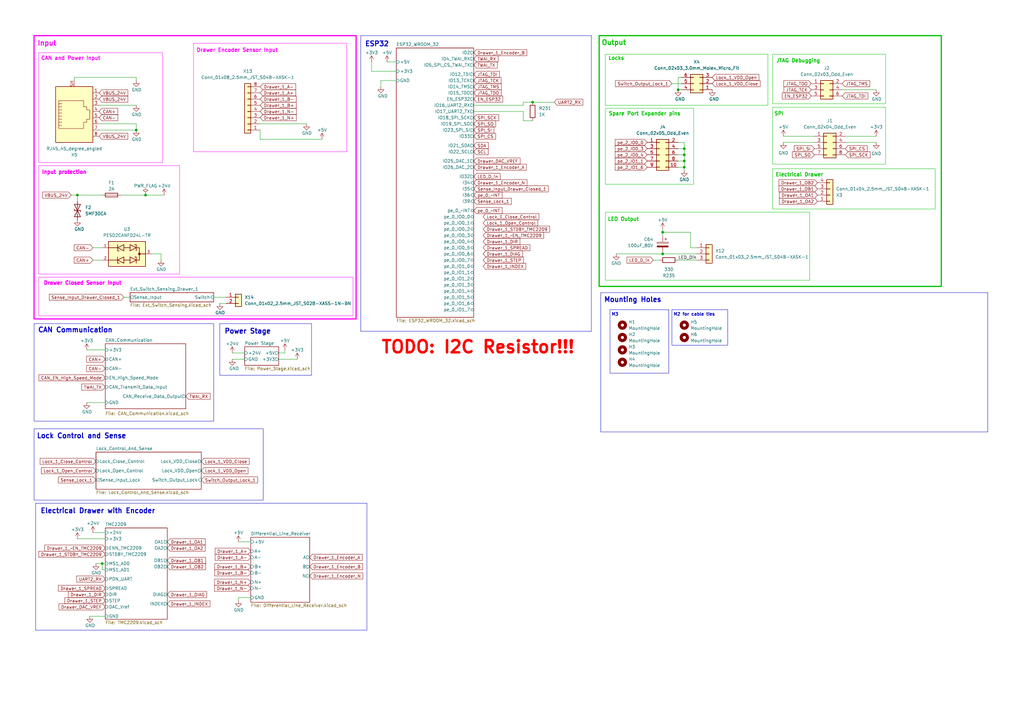
<source format=kicad_sch>
(kicad_sch (version 20231120) (generator "eeschema") (generator_version "8.0")
  (paper "A3")
  (junction (at 280.67 60.96))
  (junction (at 59.69 80.01))
  (junction (at 280.67 66.04))
  (junction (at 41.91 231.14))
  (junction (at 280.67 63.5))
  (junction (at 280.67 68.58))
  (junction (at 218.44 41.91))
  (junction (at 55.88 53.34))
  (junction (at 271.78 104.14))
  (junction (at 278.13 36.83))
  (junction (at 31.75 80.01))
  (junction (at 271.78 95.25))
  (wire (pts (xy 280.67 66.04) (xy 278.13 66.04)))
  (wire (pts (xy 280.67 58.42) (xy 278.13 58.42)))
  (wire (pts (xy 321.31 58.42) (xy 334.01 58.42)))
  (wire (pts (xy 87.63 121.92) (xy 92.71 121.92)))
  (wire (pts (xy 214.63 43.18) (xy 214.63 41.91)))
  (wire (pts (xy 30.48 33.02) (xy 30.48 31.75)))
  (wire (pts (xy 38.1 106.68) (xy 41.91 106.68)))
  (wire (pts (xy 97.79 245.11) (xy 97.79 246.38)))
  (wire (pts (xy 43.18 231.14) (xy 41.91 231.14)))
  (wire (pts (xy 66.04 104.14) (xy 66.04 106.68)))
  (wire (pts (xy 95.25 147.32) (xy 100.33 147.32)))
  (wire (pts (xy 106.68 57.15) (xy 106.68 53.34)))
  (wire (pts (xy 40.64 50.8) (xy 55.88 50.8)))
  (wire (pts (xy 62.23 104.14) (xy 66.04 104.14)))
  (wire (pts (xy 38.1 218.44) (xy 43.18 218.44)))
  (wire (pts (xy 152.4 29.21) (xy 162.56 29.21)))
  (wire (pts (xy 31.75 80.01) (xy 41.91 80.01)))
  (wire (pts (xy 67.31 80.01) (xy 59.69 80.01)))
  (wire (pts (xy 43.18 252.73) (xy 36.83 252.73)))
  (wire (pts (xy 346.71 55.88) (xy 359.41 55.88)))
  (wire (pts (xy 280.67 69.85) (xy 280.67 68.58)))
  (wire (pts (xy 40.64 53.34) (xy 55.88 53.34)))
  (wire (pts (xy 271.78 93.98) (xy 271.78 95.25)))
  (wire (pts (xy 279.4 31.75) (xy 278.13 31.75)))
  (wire (pts (xy 55.88 50.8) (xy 55.88 53.34)))
  (wire (pts (xy 158.75 25.4) (xy 162.56 25.4)))
  (wire (pts (xy 31.75 220.98) (xy 43.18 220.98)))
  (wire (pts (xy 50.8 121.92) (xy 53.34 121.92)))
  (wire (pts (xy 30.48 31.75) (xy 55.88 31.75)))
  (wire (pts (xy 38.1 101.6) (xy 41.91 101.6)))
  (wire (pts (xy 278.13 68.58) (xy 280.67 68.58)))
  (wire (pts (xy 345.44 36.83) (xy 359.41 36.83)))
  (wire (pts (xy 31.75 80.01) (xy 31.75 82.55)))
  (wire (pts (xy 102.87 245.11) (xy 97.79 245.11)))
  (wire (pts (xy 39.37 231.14) (xy 41.91 231.14)))
  (wire (pts (xy 283.21 95.25) (xy 283.21 101.6)))
  (wire (pts (xy 271.78 95.25) (xy 283.21 95.25)))
  (wire (pts (xy 275.59 34.29) (xy 279.4 34.29)))
  (wire (pts (xy 271.78 95.25) (xy 271.78 96.52)))
  (wire (pts (xy 35.56 143.51) (xy 43.18 143.51)))
  (wire (pts (xy 271.78 104.14) (xy 285.75 104.14)))
  (wire (pts (xy 114.3 144.78) (xy 116.84 144.78)))
  (wire (pts (xy 116.84 144.78) (xy 116.84 143.51)))
  (wire (pts (xy 40.64 43.18) (xy 55.88 43.18)))
  (wire (pts (xy 156.21 33.02) (xy 156.21 35.56)))
  (wire (pts (xy 90.17 124.46) (xy 92.71 124.46)))
  (wire (pts (xy 194.31 45.72) (xy 214.63 45.72)))
  (wire (pts (xy 41.91 231.14) (xy 41.91 233.68)))
  (wire (pts (xy 267.97 106.68) (xy 270.51 106.68)))
  (wire (pts (xy 97.79 222.25) (xy 102.87 222.25)))
  (wire (pts (xy 278.13 106.68) (xy 285.75 106.68)))
  (wire (pts (xy 214.63 49.53) (xy 218.44 49.53)))
  (wire (pts (xy 278.13 36.83) (xy 279.4 36.83)))
  (wire (pts (xy 280.67 68.58) (xy 280.67 66.04)))
  (wire (pts (xy 346.71 58.42) (xy 359.41 58.42)))
  (wire (pts (xy 35.56 165.1) (xy 43.18 165.1)))
  (wire (pts (xy 49.53 80.01) (xy 59.69 80.01)))
  (wire (pts (xy 252.73 104.14) (xy 271.78 104.14)))
  (wire (pts (xy 214.63 45.72) (xy 214.63 49.53)))
  (wire (pts (xy 152.4 25.4) (xy 152.4 29.21)))
  (wire (pts (xy 280.67 66.04) (xy 280.67 63.5)))
  (wire (pts (xy 214.63 41.91) (xy 218.44 41.91)))
  (wire (pts (xy 55.88 31.75) (xy 55.88 33.02)))
  (wire (pts (xy 114.3 147.32) (xy 121.92 147.32)))
  (wire (pts (xy 41.91 233.68) (xy 43.18 233.68)))
  (wire (pts (xy 280.67 60.96) (xy 280.67 58.42)))
  (wire (pts (xy 95.25 144.78) (xy 100.33 144.78)))
  (wire (pts (xy 278.13 60.96) (xy 280.67 60.96)))
  (wire (pts (xy 218.44 41.91) (xy 227.33 41.91)))
  (wire (pts (xy 29.21 80.01) (xy 31.75 80.01)))
  (wire (pts (xy 162.56 33.02) (xy 156.21 33.02)))
  (wire (pts (xy 106.68 57.15) (xy 132.08 57.15)))
  (wire (pts (xy 280.67 63.5) (xy 280.67 60.96)))
  (wire (pts (xy 283.21 101.6) (xy 285.75 101.6)))
  (wire (pts (xy 278.13 31.75) (xy 278.13 36.83)))
  (wire (pts (xy 280.67 63.5) (xy 278.13 63.5)))
  (wire (pts (xy 321.31 55.88) (xy 334.01 55.88)))
  (wire (pts (xy 106.68 50.8) (xy 125.73 50.8)))
  (wire (pts (xy 194.31 43.18) (xy 214.63 43.18)))
  (rectangle (start 13.97 14.605) (end 146.05 130.81) (stroke (width 0.5) (color 255 0 255 1)))
  (rectangle (start 248.285 44.45) (end 284.48 75.565) (stroke (width 0) (color 0 194 0 1)))
  (rectangle (start 13.97 175.895) (end 107.95 205.105))
  (rectangle (start 245.745 14.605) (end 386.08 117.475) (stroke (width 0.5) (color 0 194 0 1)))
  (rectangle (start 248.285 86.995) (end 332.105 114.935) (stroke (width 0) (color 0 194 0 1)))
  (rectangle (start 147.955 14.605) (end 242.57 135.89))
  (rectangle (start 15.875 67.945) (end 73.66 112.395) (stroke (width 0) (color 255 0 255 1)))
  (rectangle (start 15.875 21.59) (end 66.675 66.675) (stroke (width 0) (color 255 0 255 1)))
  (rectangle (start 79.375 17.78) (end 142.24 62.23) (stroke (width 0) (color 255 0 255 1)))
  (rectangle (start 250.19 127) (end 274.32 153.035))
  (rectangle (start 316.865 43.942) (end 363.22 67.31) (stroke (width 0) (color 0 194 0 1)))
  (rectangle (start 90.17 132.715) (end 127.762 153.924))
  (rectangle (start 13.97 132.715) (end 87.63 172.72))
  (rectangle (start 246.38 120.015) (end 405.13 177.165))
  (rectangle (start 248.285 22.225) (end 314.96 43.18) (stroke (width 0) (color 0 194 0 1)))
  (rectangle (start 15.875 113.665) (end 144.78 129.54) (stroke (width 0) (color 255 0 255 1)))
  (rectangle (start 316.865 69.215) (end 383.54 85.725) (stroke (width 0) (color 0 194 0 1)))
  (rectangle (start 275.59 127) (end 298.45 141.605))
  (rectangle (start 316.865 22.225) (end 363.22 42.545) (stroke (width 0) (color 0 194 0 1)))
  (rectangle (start 14.605 206.375) (end 150.495 258.445))
  (text "Lock Control and Sense" (at 14.986 180.086 0) (effects (font (size 2 2) (thickness 0.4) (bold yes)) (justify left bottom)))
  (text "Locks" (at 249.428 24.892 0) (effects (font (size 1.5 1.5) (bold yes)) (justify left bottom)))
  (text "Electrical Drawer" (at 318.008 72.644 0) (effects (font (size 1.5 1.5) (bold yes)) (justify left bottom)))
  (text "JTAG Debugging" (at 318.262 25.908 0) (effects (font (size 1.5 1.5) (bold yes)) (justify left bottom)))
  (text "CAN and Power Input" (at 16.764 24.892 0) (effects (font (size 1.5 1.5) (bold yes)) (justify left bottom)))
  (text "Output" (at 246.634 18.796 0) (effects (font (size 2 2) (thickness 0.4) (bold yes)) (justify left bottom)))
  (text "Electrical Drawer with Encoder" (at 16.51 210.82 0) (effects (font (size 2 2) (thickness 0.4) (bold yes)) (justify left bottom)))
  (text "Input\n" (at 15.24 19.05 0) (effects (font (size 2 2) (thickness 0.4) (bold yes)) (justify left bottom)))
  (text "LED Output" (at 249.174 90.932 0) (effects (font (size 1.5 1.5) (bold yes)) (justify left bottom)))
  (text "CAN Communication\n" (at 15.494 136.652 0) (effects (font (size 2 2) (thickness 0.4) (bold yes)) (justify left bottom)))
  (text "Input protection\n" (at 17.018 71.628 0) (effects (font (size 1.5 1.5) (thickness 0.4) (bold yes)) (justify left bottom)))
  (text "ESP32" (at 149.606 19.304 0) (effects (font (size 2 2) (thickness 0.4) (bold yes)) (justify left bottom)))
  (text "Drawer Encoder Sensor Input" (at 80.518 21.59 0) (effects (font (size 1.5 1.5) (bold yes)) (justify left bottom)))
  (text "SPI" (at 317.5 47.625 0) (effects (font (size 1.5 1.5) (bold yes)) (justify left bottom)))
  (text "M3" (at 252.222 129.032 0) (effects (font (size 1.27 1.27) (thickness 0.254) (bold yes))))
  (text "TODO: I2C Resistor!!!" (at 196.088 142.494 0) (effects (font (size 5 5) (thickness 1) (bold yes))))
  (text "Mounting Holes" (at 247.65 124.206 0) (effects (font (size 2 2) (thickness 0.4) (bold yes)) (justify left bottom)))
  (text "Power Stage" (at 91.948 137.16 0) (effects (font (size 2 2) (thickness 0.4) (bold yes)) (justify left bottom)))
  (text "Spare Port Expander pins" (at 249.555 47.625 0) (effects (font (size 1.5 1.5) (bold yes)) (justify left bottom)))
  (text "M2 for cable ties" (at 284.734 129.032 0) (effects (font (size 1.27 1.27) (thickness 0.254) (bold yes))))
  (text "Drawer Closed Sensor Input" (at 17.78 117.094 0) (effects (font (size 1.5 1.5) (thickness 0.4) (bold yes)) (justify left bottom)))
  (label "LED_Din" (at 278.13 106.68 0))
  (global_label "Drawer_1_Encoder_N" (shape input) (at 127 236.22 0) (property "Intersheetrefs" "${INTERSHEET_REFS}" (effects (hide yes))))
  (global_label "pe_2_IO0_4" (shape input) (at 265.43 63.5 180) (property "Intersheetrefs" "${INTERSHEET_REFS}" (effects (hide yes))))
  (global_label "Drawer_1_~EN_TMC2209" (shape input) (at 198.12 96.52 0) (property "Intersheetrefs" "${INTERSHEET_REFS}" (effects (hide yes))))
  (global_label "Drawer_1_B+" (shape input) (at 102.87 232.41 180) (property "Intersheetrefs" "${INTERSHEET_REFS}" (effects (hide yes))))
  (global_label "JTAG_TCK" (shape input) (at 194.31 33.02 0) (property "Intersheetrefs" "${INTERSHEET_REFS}" (effects (hide yes))))
  (global_label "Drawer_1_B+" (shape input) (at 106.68 43.18 0) (property "Intersheetrefs" "${INTERSHEET_REFS}" (effects (hide yes))))
  (global_label "Drawer_1_Encoder_A" (shape input) (at 194.31 68.58 0) (property "Intersheetrefs" "${INTERSHEET_REFS}" (effects (hide yes))))
  (global_label "EN_ESP32" (shape input) (at 194.31 40.64 0) (property "Intersheetrefs" "${INTERSHEET_REFS}" (effects (hide yes))))
  (global_label "SDA" (shape input) (at 194.31 59.69 0) (property "Intersheetrefs" "${INTERSHEET_REFS}" (effects (hide yes))))
  (global_label "pe_2_IO1_6" (shape input) (at 265.43 68.58 180) (property "Intersheetrefs" "${INTERSHEET_REFS}" (effects (hide yes))))
  (global_label "Drawer_DAC_VREF" (shape input) (at 194.31 66.04 0) (property "Intersheetrefs" "${INTERSHEET_REFS}" (effects (hide yes))))
  (global_label "Drawer_1_INDEX" (shape input) (at 68.58 247.65 0) (property "Intersheetrefs" "${INTERSHEET_REFS}" (effects (hide yes))))
  (global_label "Lock_1_Close_Control" (shape input) (at 39.37 189.23 180) (property "Intersheetrefs" "${INTERSHEET_REFS}" (effects (hide yes))))
  (global_label "Drawer_1_Encoder_N" (shape input) (at 194.31 74.93 0) (property "Intersheetrefs" "${INTERSHEET_REFS}" (effects (hide yes))))
  (global_label "JTAG_TDI" (shape input) (at 345.44 39.37 0) (property "Intersheetrefs" "${INTERSHEET_REFS}" (effects (hide yes))))
  (global_label "Drawer_1_STEP" (shape input) (at 198.12 106.68 0) (property "Intersheetrefs" "${INTERSHEET_REFS}" (effects (hide yes))))
  (global_label "Drawer_1_STDBY_TMC2209" (shape input) (at 198.12 93.98 0) (property "Intersheetrefs" "${INTERSHEET_REFS}" (effects (hide yes))))
  (global_label "Drawer_1_N-" (shape input) (at 106.68 45.72 0) (property "Intersheetrefs" "${INTERSHEET_REFS}" (effects (hide yes))))
  (global_label "pe_0_~INT" (shape input) (at 194.31 86.36 0) (property "Intersheetrefs" "${INTERSHEET_REFS}" (effects (hide yes))))
  (global_label "UART2_RX" (shape input) (at 227.33 41.91 0) (property "Intersheetrefs" "${INTERSHEET_REFS}" (effects (hide yes))))
  (global_label "Drawer_1_N+" (shape input) (at 102.87 238.76 180) (property "Intersheetrefs" "${INTERSHEET_REFS}" (effects (hide yes))))
  (global_label "JTAG_TDO" (shape input) (at 194.31 38.1 0) (property "Intersheetrefs" "${INTERSHEET_REFS}" (effects (hide yes))))
  (global_label "Drawer_1_Encoder_B" (shape input) (at 194.31 21.59 0) (property "Intersheetrefs" "${INTERSHEET_REFS}" (effects (hide yes))))
  (global_label "Lock_1_VDD_Close" (shape input) (at 292.1 34.29 0) (property "Intersheetrefs" "${INTERSHEET_REFS}" (effects (hide yes))))
  (global_label "Lock_1_VDD_Close" (shape input) (at 82.55 189.23 0) (property "Intersheetrefs" "${INTERSHEET_REFS}" (effects (hide yes))))
  (global_label "Lock_1_Open_Control" (shape input) (at 39.37 193.04 180) (property "Intersheetrefs" "${INTERSHEET_REFS}" (effects (hide yes))))
  (global_label "SPI_SI" (shape input) (at 334.01 60.96 180) (property "Intersheetrefs" "${INTERSHEET_REFS}" (effects (hide yes))))
  (global_label "Drawer_1_STEP" (shape input) (at 43.18 246.38 180) (property "Intersheetrefs" "${INTERSHEET_REFS}" (effects (hide yes))))
  (global_label "Drawer_1_OB2" (shape input) (at 68.58 232.41 0) (property "Intersheetrefs" "${INTERSHEET_REFS}" (effects (hide yes))))
  (global_label "SCL" (shape input) (at 194.31 62.23 0) (property "Intersheetrefs" "${INTERSHEET_REFS}" (effects (hide yes))))
  (global_label "CAN-" (shape input) (at 38.1 101.6 180) (property "Intersheetrefs" "${INTERSHEET_REFS}" (effects (hide yes))))
  (global_label "Drawer_1_Encoder_B" (shape input) (at 127 232.41 0) (property "Intersheetrefs" "${INTERSHEET_REFS}" (effects (hide yes))))
  (global_label "Switch_Output_Lock_1" (shape input) (at 82.55 196.85 0) (property "Intersheetrefs" "${INTERSHEET_REFS}" (effects (hide yes))))
  (global_label "Drawer_1_OB1" (shape input) (at 68.58 229.87 0) (property "Intersheetrefs" "${INTERSHEET_REFS}" (effects (hide yes))))
  (global_label "Drawer_1_STDBY_TMC2209" (shape input) (at 43.18 227.33 180) (property "Intersheetrefs" "${INTERSHEET_REFS}" (effects (hide yes))))
  (global_label "Lock_1_VDD_Open" (shape input) (at 82.55 193.04 0) (property "Intersheetrefs" "${INTERSHEET_REFS}" (effects (hide yes))))
  (global_label "JTAG_TMS" (shape input) (at 194.31 35.56 0) (property "Intersheetrefs" "${INTERSHEET_REFS}" (effects (hide yes))))
  (global_label "Drawer_DAC_VREF" (shape input) (at 43.18 248.92 180) (property "Intersheetrefs" "${INTERSHEET_REFS}" (effects (hide yes))))
  (global_label "VBUS_24V" (shape input) (at 29.21 80.01 180) (property "Intersheetrefs" "${INTERSHEET_REFS}" (effects (hide yes))))
  (global_label "Sense_Input_Drawer_Closed_1" (shape input) (at 50.8 121.92 180) (property "Intersheetrefs" "${INTERSHEET_REFS}" (effects (hide yes))))
  (global_label "Drawer_1_OB2" (shape input) (at 335.28 74.93 180) (property "Intersheetrefs" "${INTERSHEET_REFS}" (effects (hide yes))))
  (global_label "SPI_SO" (shape input) (at 194.31 50.8 0) (property "Intersheetrefs" "${INTERSHEET_REFS}" (effects (hide yes))))
  (global_label "pe_2_IO1_1" (shape input) (at 265.43 66.04 180) (property "Intersheetrefs" "${INTERSHEET_REFS}" (effects (hide yes))))
  (global_label "CAN-" (shape input) (at 40.64 48.26 0) (property "Intersheetrefs" "${INTERSHEET_REFS}" (effects (hide yes))))
  (global_label "Drawer_1_N-" (shape input) (at 102.87 241.3 180) (property "Intersheetrefs" "${INTERSHEET_REFS}" (effects (hide yes))))
  (global_label "Drawer_1_~EN_TMC2209" (shape input) (at 43.18 224.79 180) (property "Intersheetrefs" "${INTERSHEET_REFS}" (effects (hide yes))))
  (global_label "SPI_CS" (shape input) (at 346.71 60.96 0) (property "Intersheetrefs" "${INTERSHEET_REFS}" (effects (hide yes))))
  (global_label "pe_0_~INT" (shape input) (at 194.31 80.01 0) (property "Intersheetrefs" "${INTERSHEET_REFS}" (effects (hide yes))))
  (global_label "Drawer_1_DIAG" (shape input) (at 68.58 243.84 0) (property "Intersheetrefs" "${INTERSHEET_REFS}" (effects (hide yes))))
  (global_label "Drawer_1_A-" (shape input) (at 106.68 35.56 0) (property "Intersheetrefs" "${INTERSHEET_REFS}" (effects (hide yes))))
  (global_label "EN_ESP32" (shape input) (at 332.74 39.37 180) (property "Intersheetrefs" "${INTERSHEET_REFS}" (effects (hide yes))))
  (global_label "JTAG_TCK" (shape input) (at 332.74 36.83 180) (property "Intersheetrefs" "${INTERSHEET_REFS}" (effects (hide yes))))
  (global_label "LED_D_in" (shape input) (at 194.31 72.39 0) (property "Intersheetrefs" "${INTERSHEET_REFS}" (effects (hide yes))))
  (global_label "Drawer_1_OA1" (shape input) (at 68.58 222.25 0) (property "Intersheetrefs" "${INTERSHEET_REFS}" (effects (hide yes))))
  (global_label "VBUS_24V" (shape input) (at 40.64 38.1 0) (property "Intersheetrefs" "${INTERSHEET_REFS}" (effects (hide yes))))
  (global_label "CAN+" (shape input) (at 38.1 106.68 180) (property "Intersheetrefs" "${INTERSHEET_REFS}" (effects (hide yes))))
  (global_label "TWAI_TX" (shape input) (at 43.18 158.75 180) (property "Intersheetrefs" "${INTERSHEET_REFS}" (effects (hide yes))))
  (global_label "CAN+" (shape input) (at 43.18 147.32 180) (property "Intersheetrefs" "${INTERSHEET_REFS}" (effects (hide yes))))
  (global_label "Drawer_1_DIR" (shape input) (at 198.12 99.06 0) (property "Intersheetrefs" "${INTERSHEET_REFS}" (effects (hide yes))))
  (global_label "VBUS_24V" (shape input) (at 40.64 55.88 0) (property "Intersheetrefs" "${INTERSHEET_REFS}" (effects (hide yes))))
  (global_label "Drawer_1_A-" (shape input) (at 102.87 228.6 180) (property "Intersheetrefs" "${INTERSHEET_REFS}" (effects (hide yes))))
  (global_label "CAN+" (shape input) (at 40.64 45.72 0) (property "Intersheetrefs" "${INTERSHEET_REFS}" (effects (hide yes))))
  (global_label "JTAG_TDO" (shape input) (at 332.74 34.29 180) (property "Intersheetrefs" "${INTERSHEET_REFS}" (effects (hide yes))))
  (global_label "Sense_Lock_1" (shape input) (at 194.31 82.55 0) (property "Intersheetrefs" "${INTERSHEET_REFS}" (effects (hide yes))))
  (global_label "TWAI_TX" (shape input) (at 194.31 26.67 0) (property "Intersheetrefs" "${INTERSHEET_REFS}" (effects (hide yes))))
  (global_label "pe_2_IO0_0" (shape input) (at 265.43 58.42 180) (property "Intersheetrefs" "${INTERSHEET_REFS}" (effects (hide yes))))
  (global_label "Lock_1_Open_Control" (shape input) (at 198.12 91.44 0) (property "Intersheetrefs" "${INTERSHEET_REFS}" (effects (hide yes))))
  (global_label "Lock_1_Close_Control" (shape input) (at 198.12 88.9 0) (property "Intersheetrefs" "${INTERSHEET_REFS}" (effects (hide yes))))
  (global_label "Lock_1_VDD_Open" (shape input) (at 292.1 31.75 0) (property "Intersheetrefs" "${INTERSHEET_REFS}" (effects (hide yes))))
  (global_label "Drawer_1_DIR" (shape input) (at 43.18 243.84 180) (property "Intersheetrefs" "${INTERSHEET_REFS}" (effects (hide yes))))
  (global_label "Drawer_1_Encoder_A" (shape input) (at 127 228.6 0) (property "Intersheetrefs" "${INTERSHEET_REFS}" (effects (hide yes))))
  (global_label "pe_2_IO0_3" (shape input) (at 265.43 60.96 180) (property "Intersheetrefs" "${INTERSHEET_REFS}" (effects (hide yes))))
  (global_label "Sense_Lock_1" (shape input) (at 39.37 196.85 180) (property "Intersheetrefs" "${INTERSHEET_REFS}" (effects (hide yes))))
  (global_label "Drawer_1_OA2" (shape input) (at 335.28 82.55 180) (property "Intersheetrefs" "${INTERSHEET_REFS}" (effects (hide yes))))
  (global_label "Drawer_1_N+" (shape input) (at 106.68 48.26 0) (property "Intersheetrefs" "${INTERSHEET_REFS}" (effects (hide yes))))
  (global_label "Drawer_1_OB1" (shape input) (at 335.28 77.47 180) (property "Intersheetrefs" "${INTERSHEET_REFS}" (effects (hide yes))))
  (global_label "SPI_SO" (shape input) (at 334.01 63.5 180) (property "Intersheetrefs" "${INTERSHEET_REFS}" (effects (hide yes))))
  (global_label "JTAG_TMS" (shape input) (at 345.44 34.29 0) (property "Intersheetrefs" "${INTERSHEET_REFS}" (effects (hide yes))))
  (global_label "LED_D_in" (shape input) (at 267.97 106.68 180) (property "Intersheetrefs" "${INTERSHEET_REFS}" (effects (hide yes))))
  (global_label "JTAG_TDI" (shape input) (at 194.31 30.48 0) (property "Intersheetrefs" "${INTERSHEET_REFS}" (effects (hide yes))))
  (global_label "SPI_SI" (shape input) (at 194.31 53.34 0) (property "Intersheetrefs" "${INTERSHEET_REFS}" (effects (hide yes))))
  (global_label "Sense_Input_Drawer_Closed_1" (shape input) (at 194.31 77.47 0) (property "Intersheetrefs" "${INTERSHEET_REFS}" (effects (hide yes))))
  (global_label "SPI_CS" (shape input) (at 194.31 55.88 0) (property "Intersheetrefs" "${INTERSHEET_REFS}" (effects (hide yes))))
  (global_label "SPI_SCK" (shape input) (at 346.71 63.5 0) (property "Intersheetrefs" "${INTERSHEET_REFS}" (effects (hide yes))))
  (global_label "Drawer_1_SPREAD" (shape input) (at 198.12 101.6 0) (property "Intersheetrefs" "${INTERSHEET_REFS}" (effects (hide yes))))
  (global_label "Switch_Output_Lock_1" (shape input) (at 275.59 34.29 180) (property "Intersheetrefs" "${INTERSHEET_REFS}" (effects (hide yes))))
  (global_label "CAN_EN_High_Speed_Mode" (shape input) (at 43.18 154.94 180) (property "Intersheetrefs" "${INTERSHEET_REFS}" (effects (hide yes))))
  (global_label "Drawer_1_B-" (shape input) (at 102.87 234.95 180) (property "Intersheetrefs" "${INTERSHEET_REFS}" (effects (hide yes))))
  (global_label "Drawer_1_B-" (shape input) (at 106.68 40.64 0) (property "Intersheetrefs" "${INTERSHEET_REFS}" (effects (hide yes))))
  (global_label "SPI_SCK" (shape input) (at 194.31 48.26 0) (property "Intersheetrefs" "${INTERSHEET_REFS}" (effects (hide yes))))
  (global_label "TWAI_RX" (shape input) (at 194.31 24.13 0) (property "Intersheetrefs" "${INTERSHEET_REFS}" (effects (hide yes))))
  (global_label "Drawer_1_A+" (shape input) (at 102.87 226.06 180) (property "Intersheetrefs" "${INTERSHEET_REFS}" (effects (hide yes))))
  (global_label "Drawer_1_DIAG" (shape input) (at 198.12 104.14 0) (property "Intersheetrefs" "${INTERSHEET_REFS}" (effects (hide yes))))
  (global_label "UART2_RX" (shape input) (at 43.18 237.49 180) (property "Intersheetrefs" "${INTERSHEET_REFS}" (effects (hide yes))))
  (global_label "Drawer_1_OA1" (shape input) (at 335.28 80.01 180) (property "Intersheetrefs" "${INTERSHEET_REFS}" (effects (hide yes))))
  (global_label "Drawer_1_SPREAD" (shape input) (at 43.18 241.3 180) (property "Intersheetrefs" "${INTERSHEET_REFS}" (effects (hide yes))))
  (global_label "VBUS_24V" (shape input) (at 40.64 40.64 0) (property "Intersheetrefs" "${INTERSHEET_REFS}" (effects (hide yes))))
  (global_label "Drawer_1_OA2" (shape input) (at 68.58 224.79 0) (property "Intersheetrefs" "${INTERSHEET_REFS}" (effects (hide yes))))
  (global_label "Drawer_1_INDEX" (shape input) (at 198.12 109.22 0) (property "Intersheetrefs" "${INTERSHEET_REFS}" (effects (hide yes))))
  (global_label "Drawer_1_A+" (shape input) (at 106.68 38.1 0) (property "Intersheetrefs" "${INTERSHEET_REFS}" (effects (hide yes))))
  (global_label "TWAI_RX" (shape input) (at 76.2 162.56 0) (property "Intersheetrefs" "${INTERSHEET_REFS}" (effects (hide yes))))
  (global_label "CAN-" (shape input) (at 43.18 151.13 180) (property "Intersheetrefs" "${INTERSHEET_REFS}" (effects (hide yes))))
  (symbol (lib_id "_Connector_JST:Conn_01x04_2.5mm_JST_S04B-XASK-1") (at 340.36 80.01 0) (mirror x) (unit 1)
    (property "Reference" "X3" (at 342.9 80.0101 0) (effects (justify left)))
    (property "Value" "Conn_01x04_2.5mm_JST_S04B-XASK-1" (at 342.9 77.4701 0) (effects (justify left)))
    (property "Footprint" "Connector_JST:JST_XA_S04B-XASK-1_1x04_P2.50mm_Horizontal" (effects (hide yes)))
    (property "Datasheet" "https://wmsc.lcsc.com/wmsc/upload/file/pdf/v2/lcsc/2304140030_JST-S04B-XASK-1-LF-SN_C265097.pdf" (effects (hide yes)))
    (property "Description" "JST pin header (standard) XA total number of poles 4 Pitch: 2.50mm S04B-XASK-1 (LF)(SN)" (effects (hide yes)))
    (property "MF" "JST" (effects (hide yes)))
    (property "MPN" "S04B-XASK-1(LF)(SN)" (effects (hide yes)))
    (property "OC_CONRAD" "741407 - VQ" (effects (hide yes)))
    (property "OC_LCSC" "C265097" (effects (hide yes)))
    (property "OC_RS" "166-7451" (effects (hide yes)))
  )
  (symbol (lib_id "power:GND") (at 97.79 246.38 0) (unit 1)
    (property "Reference" "#PWR0268" (effects (hide yes)))
    (property "Value" "GND" (at 95.885 250.19 0) (effects (justify left)))
  )
  (symbol (lib_id "power:+5V") (at 321.31 55.88 0) (unit 1)
    (property "Reference" "#PWR0213" (effects (hide yes)))
    (property "Value" "+5V" (at 321.31 52.07 0))
  )
  (symbol (lib_id "power:PWR_FLAG") (at 59.69 80.01 0) (unit 1)
    (property "Reference" "#FLG01" (effects (hide yes)))
    (property "Value" "PWR_FLAG" (at 59.69 76.2 0))
  )
  (symbol (lib_id "Mechanical:MountingHole") (at 255.27 133.35 0) (unit 1) (in_bom no)
    (property "Reference" "H1" (at 257.81 132.0799 0) (effects (justify left)))
    (property "Value" "MountingHole" (at 257.81 134.6199 0) (effects (justify left)))
    (property "Footprint" "Robast:MountingHole_3.2mm_M3_Pad_Top_Bottom_9.2mm" (effects (hide yes)))
    (property "Description" "Mounting Hole without connection" (effects (hide yes)))
  )
  (symbol (lib_id "_Connector_Molex:Conn_02x03_3.0mm_Molex_Micro_Fit") (at 287.02 34.29 180) (unit 1)
    (property "Reference" "X4" (at 285.75 25.4 0))
    (property "Value" "Conn_02x03_3.0mm_Molex_Micro_Fit" (at 285.75 27.94 0))
    (property "Footprint" "Connector_Molex:Molex_Micro-Fit_3.0_43045-0600_2x03_P3.00mm_Horizontal" (effects (hide yes)))
    (property "Datasheet" "https://docs.rs-online.com/746f/0900766b813c3a64.pdf" (effects (hide yes)))
    (property "Description" "Molex Micro-Fit 3.0 Leiterplatten-Stiftleiste gewinkelt, 6-polig / 2-reihig, Raster 3.0mm, Kabel-Platine" (effects (hide yes)))
    (property "MF" "Molex" (effects (hide yes)))
    (property "MPN" "43045-0600" (effects (hide yes)))
    (property "OC_RS" "233-2961" (effects (hide yes)))
  )
  (symbol (lib_id "power:GND") (at 156.21 35.56 0) (unit 1)
    (property "Reference" "#PWR0210" (effects (hide yes)))
    (property "Value" "GND" (at 154.94 39.37 0) (effects (justify left)))
  )
  (symbol (lib_id "power:GND") (at 55.88 53.34 0) (unit 1)
    (property "Reference" "#PWR01" (effects (hide yes)))
    (property "Value" "GND" (at 53.975 57.15 0) (effects (justify left)))
  )
  (symbol (lib_id "power:+3V3") (at 359.41 55.88 0) (unit 1)
    (property "Reference" "#PWR0211" (effects (hide yes)))
    (property "Value" "+3V3" (at 359.41 52.07 0))
  )
  (symbol (lib_id "power:GND") (at 359.41 58.42 0) (unit 1)
    (property "Reference" "#PWR0252" (effects (hide yes)))
    (property "Value" "GND" (at 359.41 62.992 0))
  )
  (symbol (lib_id "power:+24V") (at 95.25 144.78 0) (unit 1)
    (property "Reference" "#PWR06" (effects (hide yes)))
    (property "Value" "+24V" (at 95.25 140.97 0))
  )
  (symbol (lib_id "power:GND") (at 125.73 50.8 0) (unit 1)
    (property "Reference" "#PWR0273" (effects (hide yes)))
    (property "Value" "GND" (at 123.825 54.61 0) (effects (justify left)))
  )
  (symbol (lib_id "power:+3V3") (at 35.56 143.51 0) (unit 1)
    (property "Reference" "#PWR031" (effects (hide yes)))
    (property "Value" "+3V3" (at 35.56 139.7 0))
  )
  (symbol (lib_id "power:+3V3") (at 152.4 25.4 0) (unit 1)
    (property "Reference" "#PWR0209" (effects (hide yes)))
    (property "Value" "+3V3" (at 152.4 21.59 0))
  )
  (symbol (lib_id "power:GND") (at 280.67 69.85 0) (unit 1)
    (property "Reference" "#PWR0205" (effects (hide yes)))
    (property "Value" "GND" (at 280.67 73.66 0))
  )
  (symbol (lib_id "power:GND") (at 39.37 231.14 0) (unit 1)
    (property "Reference" "#PWR0236" (effects (hide yes)))
    (property "Value" "GND" (at 37.465 234.95 0) (effects (justify left)))
  )
  (symbol (lib_id "_C_Polarized:100uF_80V") (at 271.78 100.33 0) (mirror y) (unit 1)
    (property "Reference" "C64" (at 267.97 98.1709 0) (effects (justify left)))
    (property "Value" "100uF_80V" (at 267.97 100.7109 0) (effects (justify left)))
    (property "Footprint" "Robast:CP_Elec_12.5x13.5" (effects (hide yes)))
    (property "Datasheet" "https://www.mouser.de/datasheet/2/231/161587245243-2307006.pdf" (effects (hide yes)))
    (property "Description" "Aluminum Electrolytic Capacitor 100uF 80V ±20% SMD,D12.5xL13.5mm" (effects (hide yes)))
    (property "MF" "Lelon" (effects (hide yes)))
    (property "MPN" "VZH101M1KTR-1313" (effects (hide yes)))
    (property "OC_LCSC" "C249839" (effects (hide yes)))
  )
  (symbol (lib_id "_Connector_JST:Conn_01x02_2.5mm_JST_S02B-XASS-1N-BN") (at 97.79 121.92 0) (unit 1)
    (property "Reference" "X14" (at 100.33 121.9199 0) (effects (justify left)))
    (property "Value" "Conn_01x02_2.5mm_JST_S02B-XASS-1N-BN" (at 100.33 124.4599 0) (effects (justify left)))
    (property "Footprint" "Connector_JST:JST_XA_S02B-XASK-1N-BN_1x02_P2.50mm_Horizontal" (effects (hide yes)))
    (property "Datasheet" "https://wmsc.lcsc.com/wmsc/upload/file/pdf/v2/lcsc/1811141531_JST-S02B-XASS-1N-BN-LF-SN_C161669.pdf" (effects (hide yes)))
    (property "Description" "JST pin header (standard) XA total number of poles 2 Pitch: 2.50mm S02B-XASS-1N-BN(LF)(SN)" (effects (hide yes)))
    (property "MF" "JST" (effects (hide yes)))
    (property "MPN" "S02B-XASS-1N-BN(LF)(SN)" (effects (hide yes)))
    (property "OC_LCSC" "C161669" (effects (hide yes)))
    (property "OC_RS" "175-4729" (effects (hide yes)))
  )
  (symbol (lib_id "power:+24V") (at 38.1 218.44 0) (unit 1)
    (property "Reference" "#PWR0234" (effects (hide yes)))
    (property "Value" "+24V" (at 38.1 214.63 0))
  )
  (symbol (lib_id "power:+5V") (at 158.75 25.4 0) (unit 1)
    (property "Reference" "#PWR0208" (effects (hide yes)))
    (property "Value" "+5V" (at 158.75 21.59 0))
  )
  (symbol (lib_id "power:+5V") (at 132.08 57.15 0) (unit 1)
    (property "Reference" "#PWR0274" (effects (hide yes)))
    (property "Value" "+5V" (at 132.08 53.34 0))
  )
  (symbol (lib_id "power:GND") (at 55.88 33.02 0) (unit 1)
    (property "Reference" "#PWR053" (effects (hide yes)))
    (property "Value" "GND" (at 53.975 36.83 0) (effects (justify left)))
  )
  (symbol (lib_id "power:+3V3") (at 31.75 220.98 0) (unit 1)
    (property "Reference" "#PWR0233" (effects (hide yes)))
    (property "Value" "+3V3" (at 31.75 217.17 0))
  )
  (symbol (lib_id "power:GND") (at 31.75 90.17 0) (unit 1)
    (property "Reference" "#PWR03" (effects (hide yes)))
    (property "Value" "GND" (at 30.48 93.98 0) (effects (justify left)))
  )
  (symbol (lib_id "Mechanical:MountingHole") (at 255.27 138.43 0) (unit 1) (in_bom no)
    (property "Reference" "H2" (at 257.81 137.1599 0) (effects (justify left)))
    (property "Value" "MountingHole" (at 257.81 139.6999 0) (effects (justify left)))
    (property "Footprint" "Robast:MountingHole_3.2mm_M3_Pad_Top_Bottom_9.2mm" (effects (hide yes)))
    (property "Description" "Mounting Hole without connection" (effects (hide yes)))
  )
  (symbol (lib_id "Connector_Generic:Conn_02x05_Odd_Even") (at 270.51 63.5 0) (unit 1) (in_bom no)
    (property "Reference" "J4" (at 271.78 52.07 0))
    (property "Value" "Conn_02x05_Odd_Even" (at 271.78 54.61 0))
    (property "Footprint" "Connector_PinSocket_2.54mm:PinSocket_2x05_P2.54mm_Vertical" (effects (hide yes)))
    (property "Description" "Generic connector, double row, 02x05, odd/even pin numbering scheme (row 1 odd numbers, row 2 even numbers), script generated (kicad-library-utils/schlib/autogen/connector/)" (effects (hide yes)))
  )
  (symbol (lib_id "power:GND") (at 55.88 43.18 0) (unit 1)
    (property "Reference" "#PWR051" (effects (hide yes)))
    (property "Value" "GND" (at 53.975 46.99 0) (effects (justify left)))
  )
  (symbol (lib_id "Mechanical:MountingHole") (at 280.67 138.43 0) (unit 1) (in_bom no)
    (property "Reference" "H6" (at 283.21 137.1599 0) (effects (justify left)))
    (property "Value" "MountingHole" (at 283.21 139.6999 0) (effects (justify left)))
    (property "Footprint" "MountingHole:MountingHole_2.2mm_M2_DIN965_Pad_TopBottom" (effects (hide yes)))
    (property "Description" "Mounting Hole without connection" (effects (hide yes)))
  )
  (symbol (lib_id "power:GND") (at 66.04 106.68 0) (unit 1)
    (property "Reference" "#PWR02" (effects (hide yes)))
    (property "Value" "GND" (at 64.135 110.49 0) (effects (justify left)))
  )
  (symbol (lib_id "power:GND") (at 252.73 104.14 0) (unit 1)
    (property "Reference" "#PWR0250" (effects (hide yes)))
    (property "Value" "GND" (at 252.73 107.95 0))
  )
  (symbol (lib_id "power:GND") (at 90.17 124.46 0) (unit 1)
    (property "Reference" "#PWR0272" (effects (hide yes)))
    (property "Value" "GND" (at 88.265 128.27 0) (effects (justify left)))
  )
  (symbol (lib_id "power:+5V") (at 97.79 222.25 0) (unit 1)
    (property "Reference" "#PWR0266" (effects (hide yes)))
    (property "Value" "+5V" (at 97.79 218.44 0))
  )
  (symbol (lib_id "power:+5V") (at 271.78 93.98 0) (unit 1)
    (property "Reference" "#PWR0251" (effects (hide yes)))
    (property "Value" "+5V" (at 271.78 90.17 0))
  )
  (symbol (lib_id "power:GND") (at 278.13 36.83 0) (unit 1)
    (property "Reference" "#PWR0214" (effects (hide yes)))
    (property "Value" "GND" (at 276.86 40.64 0) (effects (justify left)))
  )
  (symbol (lib_id "_R_0402:1K") (at 218.44 45.72 0) (unit 1)
    (property "Reference" "R231" (at 220.98 44.4499 0) (effects (justify left)))
    (property "Value" "1K" (at 220.98 46.9899 0) (effects (justify left)))
    (property "Footprint" "Resistor_SMD:R_0402_1005Metric" (effects (hide yes)))
    (property "Description" "Resistor 1K 1% 62.5mW 50V 0402" (effects (hide yes)))
    (property "MF" "UNI-ROYAL" (effects (hide yes)))
    (property "MPN" "0402WGF1001TCE" (effects (hide yes)))
    (property "OC_LCSC" "C11702" (effects (hide yes)))
  )
  (symbol (lib_id "_Diode_TVS:SMF30CA") (at 31.75 86.36 90) (unit 1)
    (property "Reference" "F2" (at 34.925 85.09 90) (effects (justify right)))
    (property "Value" "SMF30CA" (at 34.925 87.63 90) (effects (justify right)))
    (property "Footprint" "Diode_SMD:D_SOD-123F" (effects (hide yes)))
    (property "Datasheet" "https://datasheet.lcsc.com/lcsc/2205231816_Liown-SMF30CA_C2990493.pdf" (effects (hide yes)))
    (property "MF" "Liown" (effects (hide yes)))
    (property "MPN" "SMF30CA" (effects (hide yes)))
    (property "OC_LCSC" "C2990493" (effects (hide yes)))
  )
  (symbol (lib_id "Mechanical:MountingHole") (at 255.27 143.51 0) (unit 1) (in_bom no)
    (property "Reference" "H3" (at 257.81 142.2399 0) (effects (justify left)))
    (property "Value" "MountingHole" (at 257.81 144.7799 0) (effects (justify left)))
    (property "Footprint" "Robast:MountingHole_3.2mm_M3_Pad_Top_Bottom_9.2mm" (effects (hide yes)))
    (property "Description" "Mounting Hole without connection" (effects (hide yes)))
  )
  (symbol (lib_id "power:GND") (at 359.41 36.83 0) (unit 1)
    (property "Reference" "#PWR0164" (effects (hide yes)))
    (property "Value" "GND" (at 357.505 40.64 0) (effects (justify left)))
  )
  (symbol (lib_id "power:+24V") (at 67.31 80.01 0) (unit 1)
    (property "Reference" "#PWR05" (effects (hide yes)))
    (property "Value" "+24V" (at 67.31 76.2 0))
  )
  (symbol (lib_id "power:GND") (at 36.83 252.73 0) (unit 1)
    (property "Reference" "#PWR0235" (effects (hide yes)))
    (property "Value" "GND" (at 34.925 256.54 0) (effects (justify left)))
  )
  (symbol (lib_id "_Connector:RJ45_45_degree_angled") (at 30.48 45.72 0) (mirror x) (unit 1)
    (property "Reference" "X5" (at 30.48 63.5 0))
    (property "Value" "RJ45_45_degree_angled" (at 30.48 60.96 0))
    (property "Footprint" "Robast:Wurth_RJ45_45_degree_angled" (effects (hide yes)))
    (property "Datasheet" "https://docs.rs-online.com/8736/0900766b81315c9d.pdf" (effects (hide yes)))
    (property "Description" "RJ45 PCB Connector 45 degree angled" (effects (hide yes)))
    (property "MF" "Wurth Elektronik" (effects (hide yes)))
    (property "MPN" "615008145121" (effects (hide yes)))
    (property "OC_RS" "818-3333" (effects (hide yes)))
  )
  (symbol (lib_id "_Connector_JST:Conn_01x08_2.5mm_JST_S04B-XASK-1") (at 101.6 45.72 180) (unit 1)
    (property "Reference" "X13" (at 101.6 29.21 0))
    (property "Value" "Conn_01x08_2.5mm_JST_S04B-XASK-1" (at 101.6 31.75 0))
    (property "Footprint" "Connector_JST:JST_XA_S08B-XASK-1_1x08_P2.50mm_Horizontal" (effects (hide yes)))
    (property "Datasheet" "https://wmsc.lcsc.com/wmsc/upload/file/pdf/v2/lcsc/2006051707_JST-S08B-XASK-1-LF-SN_C495695.pdf" (effects (hide yes)))
    (property "Description" "JST pin header (standard) XA total number of poles 8 Pitch: 2.50mm S08B-XASK-1 (LF)(SN)" (effects (hide yes)))
    (property "MF" "JST" (effects (hide yes)))
    (property "MPN" "S08B-XASK-1(LF)(SN)" (effects (hide yes)))
    (property "OC_LCSC" "C495695" (effects (hide yes)))
    (property "OC_RS" "602-8290" (effects (hide yes)))
  )
  (symbol (lib_id "Connector_Generic:Conn_02x03_Odd_Even") (at 337.82 36.83 0) (unit 1) (in_bom no)
    (property "Reference" "J2" (at 339.09 27.94 0))
    (property "Value" "Conn_02x03_Odd_Even" (at 339.09 30.48 0))
    (property "Footprint" "Connector_PinSocket_2.54mm:PinSocket_2x03_P2.54mm_Vertical" (effects (hide yes)))
    (property "Description" "Generic connector, double row, 02x03, odd/even pin numbering scheme (row 1 odd numbers, row 2 even numbers), script generated (kicad-library-utils/schlib/autogen/connector/)" (effects (hide yes)))
  )
  (symbol (lib_id "Connector_Generic:Conn_02x04_Odd_Even") (at 339.09 58.42 0) (unit 1) (in_bom no)
    (property "Reference" "J1" (at 340.36 49.53 0))
    (property "Value" "Conn_02x04_Odd_Even" (at 340.36 52.07 0))
    (property "Footprint" "Connector_PinSocket_2.54mm:PinSocket_2x04_P2.54mm_Vertical" (effects (hide yes)))
    (property "Description" "Generic connector, double row, 02x04, odd/even pin numbering scheme (row 1 odd numbers, row 2 even numbers), script generated (kicad-library-utils/schlib/autogen/connector/)" (effects (hide yes)))
  )
  (symbol (lib_id "power:GND") (at 292.1 36.83 0) (unit 1)
    (property "Reference" "#PWR040" (effects (hide yes)))
    (property "Value" "GND" (at 290.83 40.64 0) (effects (justify left)))
  )
  (symbol (lib_id "_R_0402:330") (at 274.32 106.68 270) (mirror x) (unit 1)
    (property "Reference" "R235" (at 274.32 113.03 90))
    (property "Value" "330" (at 274.32 110.49 90))
    (property "Footprint" "Resistor_SMD:R_0402_1005Metric" (effects (hide yes)))
    (property "Description" "Resistor 330 1% 62.5mW 50V 0402" (effects (hide yes)))
    (property "MF" "UNI-ROYAL" (effects (hide yes)))
    (property "MPN" "0402WGF3300TCE" (effects (hide yes)))
    (property "OC_LCSC" "C25104" (effects (hide yes)))
  )
  (symbol (lib_id "_Interface_CAN_LIN:PESD2CANFD24L-TR") (at 52.07 104.14 0) (unit 1)
    (property "Reference" "U3" (at 52.07 93.98 0))
    (property "Value" "PESD2CANFD24L-TR" (at 52.07 96.52 0))
    (property "Footprint" "Robast:SOT23" (effects (hide yes)))
    (property "Datasheet" "https://www.mouser.de/datasheet/2/916/PESD2CANFD24L_T-1892242.pdf" (effects (hide yes)))
    (property "Description" "ESD-Entstörer/TVS-Dioden PESD2CANFD24L-T/SOT23/TO-236AB" (effects (hide yes)))
    (property "MF" "Nexperia" (effects (hide yes)))
    (property "PACKAGE" "TO-236-3 Nexperia USA Inc." (effects (hide yes)))
    (property "PRICE" "None" (effects (hide yes)))
    (property "Package" "None" (effects (hide yes)))
    (property "Check_prices" "https://www.snapeda.com/parts/PESD2CAN215/Nexperia/view-part/?ref=eda" (effects (hide yes)))
    (property "Price" "None" (effects (hide yes)))
    (property "SnapEDA_Link" "https://www.snapeda.com/parts/PESD2CAN215/Nexperia/view-part/?ref=snap" (effects (hide yes)))
    (property "MP" "PESD2CAN215" (effects (hide yes)))
    (property "Availability" "Not in stock" (effects (hide yes)))
    (property "AVAILABILITY" "In Stock" (effects (hide yes)))
    (property "Description_1" "\nDIODE, TVS, CAN, SOT-23; Clamping Voltage Vc Max:41V; Diode Case Style:SOT-23; No. of Pins:3Pins; Operating Voltage:24V; Power Dissipation Pd:-; Product Range:PESD2 Series; Automotive Qualification Standard:-; SVHC:No SVHC (27-Jun-2018); Breakdown Voltage:28V; Breakdown Voltage Max:30.3V; Breakdown Voltage Min:26.2V; Breakdown Voltage Range:26.2V to 30.3V; Breakover Voltage Min:26.2V; Capacitance Cd @ Vr Max:30pF; Capacitance Cd @ Vr Typ:25pF; Clamping Voltage @ 8/20µs Max:41V; Diode Type:Bidirectional TVS; Operating Temperature Max:150°C; Operating Temperature Min:-65°C; Operating Temperature Range:-65°C to +150°C; Peak Pulse Current Ippm:5A; Peak Pulse Power Dissipation:230W; Reverse Stand-Off Voltage Vrwm:24V; SMD Marking:6R; Stand-off Voltage:24V; TVS Polarity:Bidirectional; Termination Type:Surface Mount Device\n" (effects (hide yes)))
    (property "MF_1" "Nexperia" (effects (hide yes)))
    (property "MPN" "PESD2CANFD24L-TR" (effects (hide yes)))
    (property "OC_LCSC" "C3711787" (effects (hide yes)))
  )
  (symbol (lib_id "power:GND") (at 95.25 147.32 0) (unit 1)
    (property "Reference" "#PWR07" (effects (hide yes)))
    (property "Value" "GND" (at 93.98 151.13 0) (effects (justify left)))
  )
  (symbol (lib_id "_Fuse:2A") (at 45.72 80.01 90) (unit 1)
    (property "Reference" "F1" (at 45.72 74.93 90))
    (property "Value" "2A" (at 45.72 77.47 90))
    (property "Footprint" "Robast:Fuse_154_OMNI_BLOK" (effects (hide yes)))
    (property "Datasheet" "https://datasheet.lcsc.com/lcsc/2304140030_Littelfuse-0154002-DRT_C206911.pdf" (effects (hide yes)))
    (property "Description" "SMD Fuse NANO 154 OMNI-BLOK Fuse and Holder Combination" (effects (hide yes)))
    (property "MF" "Littelfuse" (effects (hide yes)))
    (property "MPN" "0154002.DRT" (effects (hide yes)))
    (property "OC_LCSC" "C206911" (effects (hide yes)))
  )
  (symbol (lib_id "power:GND") (at 35.56 165.1 0) (unit 1)
    (property "Reference" "#PWR033" (effects (hide yes)))
    (property "Value" "GND" (at 33.655 168.91 0) (effects (justify left)))
  )
  (symbol (lib_id "power:GND") (at 321.31 58.42 0) (unit 1)
    (property "Reference" "#PWR0212" (effects (hide yes)))
    (property "Value" "GND" (at 319.278 62.738 0) (effects (justify left)))
  )
  (symbol (lib_id "Mechanical:MountingHole") (at 280.67 133.35 0) (unit 1) (in_bom no)
    (property "Reference" "H5" (at 283.21 132.0799 0) (effects (justify left)))
    (property "Value" "MountingHole" (at 283.21 134.6199 0) (effects (justify left)))
    (property "Footprint" "MountingHole:MountingHole_2.2mm_M2_DIN965_Pad_TopBottom" (effects (hide yes)))
    (property "Description" "Mounting Hole without connection" (effects (hide yes)))
  )
  (symbol (lib_id "power:+3V3") (at 121.92 147.32 0) (unit 1)
    (property "Reference" "#PWR09" (effects (hide yes)))
    (property "Value" "+3V3" (at 121.92 143.51 0))
  )
  (symbol (lib_id "_Connector_JST:Conn_01x03_2.5mm_JST_S04B-XASK-1") (at 290.83 104.14 0) (unit 1)
    (property "Reference" "X12" (at 293.37 102.8699 0) (effects (justify left)))
    (property "Value" "Conn_01x03_2.5mm_JST_S04B-XASK-1" (at 293.37 105.4099 0) (effects (justify left)))
    (property "Footprint" "Connector_JST:JST_XA_S03B-XASK-1_1x03_P2.50mm_Horizontal" (effects (hide yes)))
    (property "Datasheet" "https://wmsc.lcsc.com/wmsc/upload/file/pdf/v2/lcsc/2402261208_JST-S03B-XASK-1-LF-SN_C491707.pdf" (effects (hide yes)))
    (property "Description" "JST pin header (standard) XA total number of poles 3 Pitch: 2.50mm S03B-XASK-1 (LF)(SN)" (effects (hide yes)))
    (property "MF" "JST" (effects (hide yes)))
    (property "MPN" "S03B-XASK-1(LF)(SN)" (effects (hide yes)))
    (property "OC_LCSC" "C491707" (effects (hide yes)))
    (property "OC_RS" "602-8206" (effects (hide yes)))
  )
  (symbol (lib_id "power:+5V") (at 116.84 143.51 0) (unit 1)
    (property "Reference" "#PWR08" (effects (hide yes)))
    (property "Value" "+5V" (at 116.84 139.7 0))
  )
  (symbol (lib_id "Mechanical:MountingHole") (at 255.27 148.59 0) (unit 1) (in_bom no)
    (property "Reference" "H4" (at 257.81 147.3199 0) (effects (justify left)))
    (property "Value" "MountingHole" (at 257.81 149.8599 0) (effects (justify left)))
    (property "Footprint" "Robast:MountingHole_3.2mm_M3_Pad_Top_Bottom_9.2mm" (effects (hide yes)))
    (property "Description" "Mounting Hole without connection" (effects (hide yes)))
  )
  (sheet (at 102.87 220.345) (size 24.13 26.67) (stroke (width 0.1524))
    (property "Sheetname" "Differential_Line_Receiver" (at 102.87 219.6334 0) (effects (justify left bottom)))
    (property "Sheetfile" "Differential_Line_Receiver.kicad_sch" (at 102.87 247.5996 0) (effects (justify left top)))
    (pin "A+" input (at 102.87 226.06 180))
    (pin "+5V" input (at 102.87 222.25 180))
    (pin "A-" input (at 102.87 228.6 180))
    (pin "B-" input (at 102.87 234.95 180))
    (pin "N+" input (at 102.87 238.76 180))
    (pin "GND" input (at 102.87 245.11 180))
    (pin "N-" input (at 102.87 241.3 180))
    (pin "B+" input (at 102.87 232.41 180))
    (pin "A" output (at 127 228.6 0))
    (pin "B" output (at 127 232.41 0))
    (pin "N" output (at 127 236.22 0))
  )
  (sheet (at 43.18 140.97) (size 33.02 26.67) (stroke (width 0.1524))
    (property "Sheetname" "CAN_Communication" (at 43.18 140.2584 0) (effects (justify left bottom)))
    (property "Sheetfile" "CAN_Communication.kicad_sch" (at 43.18 168.8596 0) (effects (justify left top)))
    (pin "+3V3" input (at 43.18 143.51 180))
    (pin "GND" input (at 43.18 165.1 180))
    (pin "CAN-" bidirectional (at 43.18 151.13 180))
    (pin "CAN+" bidirectional (at 43.18 147.32 180))
    (pin "CAN_Transmit_Data_Input" input (at 43.18 158.75 180))
    (pin "CAN_Receive_Data_Output" output (at 76.2 162.56 0))
    (pin "EN_High_Speed_Mode" input (at 43.18 154.94 180))
  )
  (sheet (at 53.34 120.015) (size 34.29 3.81) (stroke (width 0.1524))
    (property "Sheetname" "Ext_Switch_Sensing_Drawer_1" (at 53.34 119.3034 0) (effects (justify left bottom)))
    (property "Sheetfile" "Ext_Switch_Sensing.kicad_sch" (at 53.34 124.4096 0) (effects (justify left top)))
    (pin "Sense_Input" output (at 53.34 121.92 180))
    (pin "Switch" input (at 87.63 121.92 0))
  )
  (sheet (at 39.37 185.42) (size 43.18 15.24) (stroke (width 0.1524))
    (property "Sheetname" "Lock_Control_And_Sense" (at 39.37 184.7084 0) (effects (justify left bottom)))
    (property "Sheetfile" "Lock_Control_And_Sense.kicad_sch" (at 39.37 201.2446 0) (effects (justify left top)))
    (pin "Lock_Close_Control" input (at 39.37 189.23 180))
    (pin "Sense_Input_Lock" output (at 39.37 196.85 180))
    (pin "Lock_Open_Control" input (at 39.37 193.04 180))
    (pin "Lock_VDD_Close" output (at 82.55 189.23 0))
    (pin "Lock_VDD_Open" output (at 82.55 193.04 0))
    (pin "Switch_Output_Lock" input (at 82.55 196.85 0))
  )
  (sheet (at 100.33 142.24) (size 13.97 7.62) (stroke (width 0.1524))
    (property "Sheetname" "Power Stage" (at 100.33 141.5284 0) (effects (justify left bottom)))
    (property "Sheetfile" "Power_Stage.kicad_sch" (at 100.33 150.4446 0) (effects (justify left top)))
    (pin "+5V" output (at 114.3 144.78 0))
    (pin "+3V3" output (at 114.3 147.32 0))
    (pin "GND" input (at 100.33 147.32 180))
    (pin "+24V" input (at 100.33 144.78 180))
  )
  (sheet (at 43.18 216.535) (size 25.4 37.465) (stroke (width 0.1524))
    (property "Sheetname" "TMC2209" (at 43.18 215.8234 0) (effects (justify left bottom)))
    (property "Sheetfile" "TMC2209.kicad_sch" (at 43.18 254.5846 0) (effects (justify left top)))
    (pin "DAC_Vref" input (at 43.18 248.92 180))
    (pin "STDBY_TMC2209" input (at 43.18 227.33 180))
    (pin "ENN_TMC2209" input (at 43.18 224.79 180))
    (pin "DIR" input (at 43.18 243.84 180))
    (pin "+3V3" input (at 43.18 220.98 180))
    (pin "GND" input (at 43.18 252.73 180))
    (pin "+24V" input (at 43.18 218.44 180))
    (pin "MS1_AD1" input (at 43.18 233.68 180))
    (pin "MS1_AD0" input (at 43.18 231.14 180))
    (pin "PDN_UART" input (at 43.18 237.49 180))
    (pin "SPREAD" input (at 43.18 241.3 180))
    (pin "STEP" input (at 43.18 246.38 180))
    (pin "OA1" output (at 68.58 222.25 0))
    (pin "OB2" output (at 68.58 232.41 0))
    (pin "INDEX" output (at 68.58 247.65 0))
    (pin "OB1" output (at 68.58 229.87 0))
    (pin "DIAG" output (at 68.58 243.84 0))
    (pin "OA2" output (at 68.58 224.79 0))
  )
  (sheet (at 162.56 19.685) (size 31.75 110.49) (stroke (width 0.1524))
    (property "Sheetname" "ESP32_WROOM_32" (at 162.56 18.9734 0) (effects (justify left bottom)))
    (property "Sheetfile" "ESP32_WROOM_32.kicad_sch" (at 162.56 130.7596 0) (effects (justify left top)))
    (pin "+5V" input (at 162.56 25.4 180))
    (pin "+3V3" input (at 162.56 29.21 180))
    (pin "GND" input (at 162.56 33.02 180))
    (pin "I36" input (at 194.31 80.01 0))
    (pin "IO33" output (at 194.31 55.88 0))
    (pin "IO32" output (at 194.31 72.39 0))
    (pin "I34" input (at 194.31 74.93 0))
    (pin "I35" input (at 194.31 77.47 0))
    (pin "IO2" output (at 194.31 21.59 0))
    (pin "IO12_TDI" output (at 194.31 30.48 0))
    (pin "IO4_TWAI_RX" output (at 194.31 24.13 0))
    (pin "IO13_TCK" output (at 194.31 33.02 0))
    (pin "IO16_UART2_RX" output (at 194.31 43.18 0))
    (pin "IO5_SPI_CS_TWAI_TX" output (at 194.31 26.67 0))
    (pin "IO15_TDO" output (at 194.31 38.1 0))
    (pin "EN_ESP32" output (at 194.31 40.64 0))
    (pin "IO14_TMS" output (at 194.31 35.56 0))
    (pin "IO26_DAC_2" output (at 194.31 68.58 0))
    (pin "IO17_UART2_TX" output (at 194.31 45.72 0))
    (pin "IO19_SPI_SO" output (at 194.31 50.8 0))
    (pin "IO25_DAC_1" output (at 194.31 66.04 0))
    (pin "IO23_SPI_SI" output (at 194.31 53.34 0))
    (pin "IO18_SPI_SCK" output (at 194.31 48.26 0))
    (pin "IO21_SDA" output (at 194.31 59.69 0))
    (pin "IO22_SCL" output (at 194.31 62.23 0))
    (pin "pe_0_~INT" bidirectional (at 194.31 86.36 0))
    (pin "pe_0_IO1_2" bidirectional (at 194.31 114.3 0))
    (pin "pe_0_IO1_3" bidirectional (at 194.31 116.84 0))
    (pin "pe_0_IO1_5" bidirectional (at 194.31 121.92 0))
    (pin "pe_0_IO1_4" bidirectional (at 194.31 119.38 0))
    (pin "pe_0_IO1_6" bidirectional (at 194.31 124.46 0))
    (pin "pe_0_IO1_7" bidirectional (at 194.31 127 0))
    (pin "pe_0_IO1_1" bidirectional (at 194.31 111.76 0))
    (pin "pe_0_IO0_6" bidirectional (at 194.31 104.14 0))
    (pin "pe_0_IO1_0" bidirectional (at 194.31 109.22 0))
    (pin "pe_0_IO0_7" bidirectional (at 194.31 106.68 0))
    (pin "pe_0_IO0_3" bidirectional (at 194.31 96.52 0))
    (pin "pe_0_IO0_4" bidirectional (at 194.31 99.06 0))
    (pin "pe_0_IO0_5" bidirectional (at 194.31 101.6 0))
    (pin "pe_0_IO0_2" bidirectional (at 194.31 93.98 0))
    (pin "pe_0_IO0_1" bidirectional (at 194.31 91.44 0))
    (pin "pe_0_IO0_0" bidirectional (at 194.31 88.9 0))
    (pin "I39" input (at 194.31 82.55 0))
  )
)
</source>
